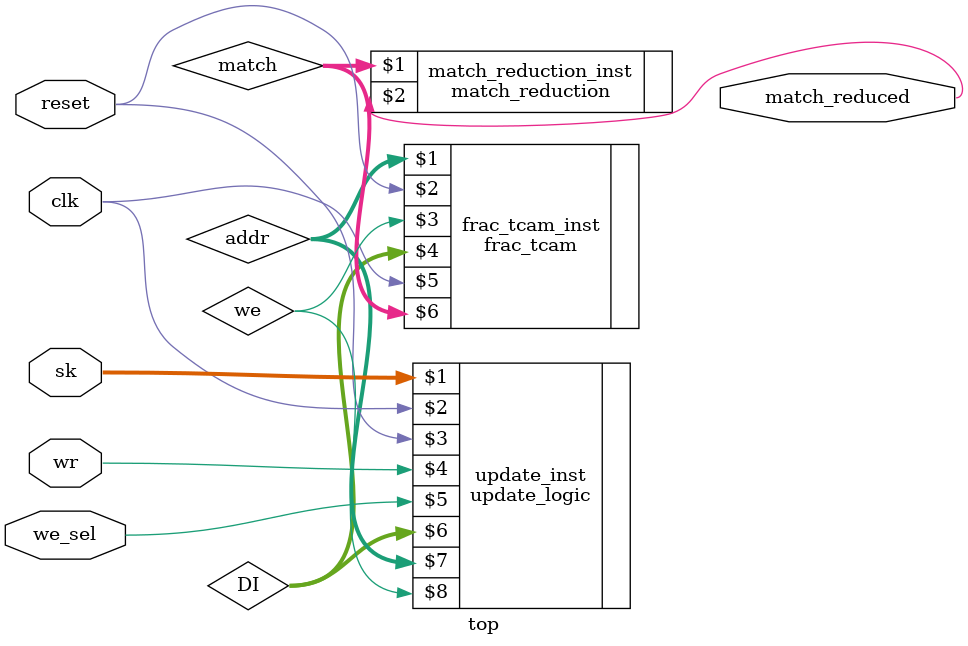
<source format=v>
`timescale 1ns / 1ps

module top(sk,clk,reset,wr,we_sel,match_reduced);
input [4:0] sk;
input reset, clk;
input wr;
input we_sel;
output match_reduced;

parameter D=8;
parameter W=5;
parameter N=D/8;
parameter SN = 1; 
parameter rb=W*8/5;
wire[D-1:0] match; // match lines
//(*max_fanout=50*) wire[D-1:0] match_reg; // match line registers
//(*max_fanout=50*) wire[W-1:0] sk_reg;   // search key registers
wire[W*8/5-1:0] DI ;
wire[W-1:0] addr;
wire[D/8-1:0] we;

//=======================================================================//
//key =40, rules = 64 for unprotected version 
//(* dont_touch = "true" *)dummy_key_rules #(W,SN) dummy_inst(clk,reset,sk,we_sel);
//(* dont_touch = "true" *)register #(W) key_register(sk,clk,reset,sk_reg);

//=======================================================================//
//COMPLETE FRACTTCAM WITH UPDATTE LOGIC

(* dont_touch = "true" *) update_logic #(D,W,SN)update_inst (sk,clk,reset,wr,we_sel,DI,addr,we);
(* dont_touch = "true" *)frac_tcam #(W,D,rb) frac_tcam_inst(addr,reset,we,DI,clk,match);
//(* dont_touch = "true" *)register #(D) match_register(match,clk2,reset,match_reg);
(* dont_touch = "true" *)match_reduction #(D) match_reduction_inst(match,match_reduced);

// // // // ======================================================== // // // //

//function integer clog2 (input integer n); 
//integer j; 
//begin 
//    n = n - 1;
//    for (j = 0; n > 0; j = j + 1)        
//        n = n >> 1;
//    clog2 = j;
//end
//endfunction

endmodule

</source>
